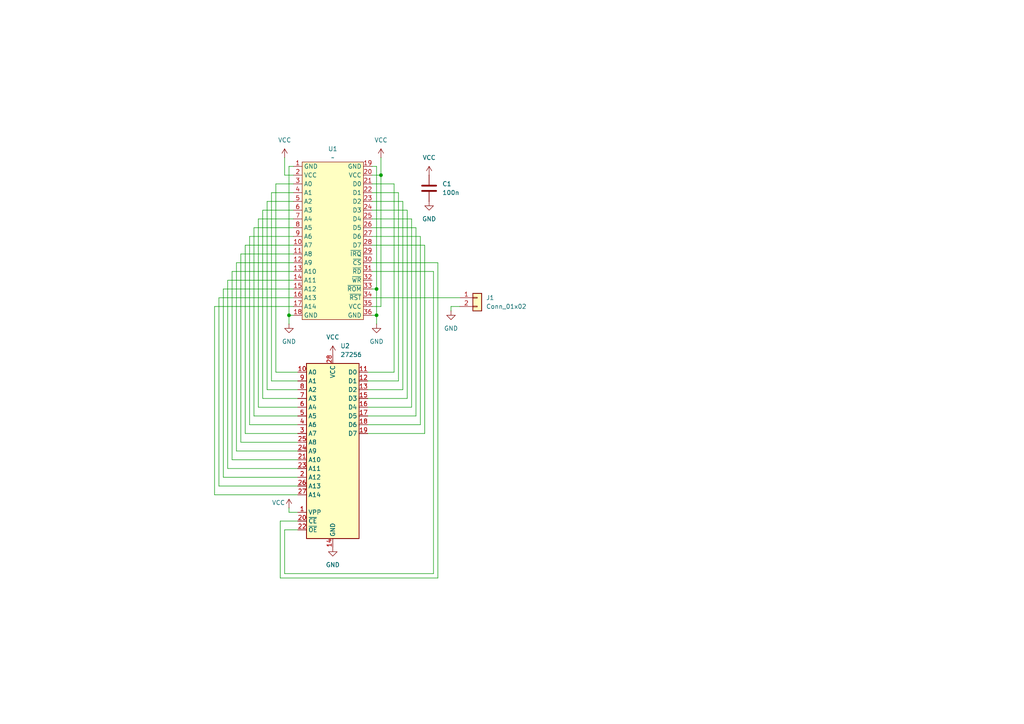
<source format=kicad_sch>
(kicad_sch (version 20231120) (generator "eeschema") (generator_version "8.0")
  (paper "A4")
  (lib_symbols
    (symbol "8bits:cart_fellapc"
      (property "Reference" "U" (at -5.08 22.86 0))
      (symbol "cart_fellapc_1_1"
        (rectangle (start -8.89 21.59) (end 8.89 -24.13) (fill (type background)))
        (pin power_out line (at -11.43 20.32 0) (length 2.54) (name "GND") (number "1"))
        (pin output line (at -11.43 -2.54 0) (length 2.54) (name "A7") (number "10"))
        (pin output line (at -11.43 -5.08 0) (length 2.54) (name "A8") (number "11"))
        (pin output line (at -11.43 -7.62 0) (length 2.54) (name "A9") (number "12"))
        (pin output line (at -11.43 -10.16 0) (length 2.54) (name "A10") (number "13"))
        (pin output line (at -11.43 -12.7 0) (length 2.54) (name "A11") (number "14"))
        (pin output line (at -11.43 -15.24 0) (length 2.54) (name "A12") (number "15"))
        (pin output line (at -11.43 -17.78 0) (length 2.54) (name "A13") (number "16"))
        (pin output line (at -11.43 -20.32 0) (length 2.54) (name "A14") (number "17"))
        (pin power_out line (at -11.43 -22.86 0) (length 2.54) (name "GND") (number "18"))
        (pin power_out line (at 11.43 20.32 180) (length 2.54) (name "GND") (number "19"))
        (pin power_out line (at -11.43 17.78 0) (length 2.54) (name "VCC") (number "2"))
        (pin power_out line (at 11.43 17.78 180) (length 2.54) (name "VCC") (number "20"))
        (pin bidirectional line (at 11.43 15.24 180) (length 2.54) (name "D0") (number "21"))
        (pin bidirectional line (at 11.43 12.7 180) (length 2.54) (name "D1") (number "22"))
        (pin bidirectional line (at 11.43 10.16 180) (length 2.54) (name "D2") (number "23"))
        (pin bidirectional line (at 11.43 7.62 180) (length 2.54) (name "D3") (number "24"))
        (pin bidirectional line (at 11.43 5.08 180) (length 2.54) (name "D4") (number "25"))
        (pin bidirectional line (at 11.43 2.54 180) (length 2.54) (name "D5") (number "26"))
        (pin bidirectional line (at 11.43 0 180) (length 2.54) (name "D6") (number "27"))
        (pin bidirectional line (at 11.43 -2.54 180) (length 2.54) (name "D7") (number "28"))
        (pin open_collector line (at 11.43 -5.08 180) (length 2.54) (name "~{IRQ}") (number "29"))
        (pin output line (at -11.43 15.24 0) (length 2.54) (name "A0") (number "3"))
        (pin output line (at 11.43 -7.62 180) (length 2.54) (name "~{CS}") (number "30"))
        (pin output line (at 11.43 -10.16 180) (length 2.54) (name "~{RD}") (number "31"))
        (pin output line (at 11.43 -12.7 180) (length 2.54) (name "~{WR}") (number "32"))
        (pin open_collector line (at 11.43 -15.24 180) (length 2.54) (name "~{ROM}") (number "33"))
        (pin open_collector line (at 11.43 -17.78 180) (length 2.54) (name "~{RST}") (number "34"))
        (pin power_out line (at 11.43 -20.32 180) (length 2.54) (name "VCC") (number "35"))
        (pin power_out line (at 11.43 -22.86 180) (length 2.54) (name "GND") (number "36"))
        (pin output line (at -11.43 12.7 0) (length 2.54) (name "A1") (number "4"))
        (pin output line (at -11.43 10.16 0) (length 2.54) (name "A2") (number "5"))
        (pin output line (at -11.43 7.62 0) (length 2.54) (name "A3") (number "6"))
        (pin output line (at -11.43 5.08 0) (length 2.54) (name "A4") (number "7"))
        (pin output line (at -11.43 2.54 0) (length 2.54) (name "A5") (number "8"))
        (pin output line (at -11.43 0 0) (length 2.54) (name "A6") (number "9"))
      )
    )
    (symbol "Connector_Generic:Conn_01x02" (pin_names (offset 1.016) hide)
      (property "Reference" "J" (at 0 2.54 0))
      (property "Value" "Conn_01x02" (at 0 -5.08 0))
      (symbol "Conn_01x02_1_1"
        (rectangle (start -1.27 -2.413) (end 0 -2.667) (stroke (width 0.1524)))
        (rectangle (start -1.27 0.127) (end 0 -0.127) (stroke (width 0.1524)))
        (rectangle (start -1.27 1.27) (end 1.27 -3.81) (stroke (width 0.254)) (fill (type background)))
        (pin passive line (at -5.08 0 0) (length 3.81) (name "Pin_1") (number "1"))
        (pin passive line (at -5.08 -2.54 0) (length 3.81) (name "Pin_2") (number "2"))
      )
    )
    (symbol "Device:C" (pin_numbers hide) (pin_names (offset 0.254))
      (property "Reference" "C" (at 0.635 2.54 0))
      (property "Value" "C" (at 0.635 -2.54 0))
      (symbol "C_0_1"
        (polyline (pts (xy -2.032 -0.762) (xy 2.032 -0.762)) (stroke (width 0.508)))
        (polyline (pts (xy -2.032 0.762) (xy 2.032 0.762)) (stroke (width 0.508)))
      )
      (symbol "C_1_1"
        (pin passive line (at 0 3.81 270) (length 2.794) (name "~") (number "1"))
        (pin passive line (at 0 -3.81 90) (length 2.794) (name "~") (number "2"))
      )
    )
    (symbol "Memory_EPROM:27256"
      (property "Reference" "U" (at -7.62 26.67 0))
      (property "Value" "27256" (at 2.54 -26.67 0))
      (symbol "27256_1_1"
        (rectangle (start -7.62 25.4) (end 7.62 -25.4) (stroke (width 0.254)) (fill (type background)))
        (pin input line (at -10.16 -17.78 0) (length 2.54) (name "VPP") (number "1"))
        (pin input line (at -10.16 22.86 0) (length 2.54) (name "A0") (number "10"))
        (pin tri_state line (at 10.16 22.86 180) (length 2.54) (name "D0") (number "11"))
        (pin tri_state line (at 10.16 20.32 180) (length 2.54) (name "D1") (number "12"))
        (pin tri_state line (at 10.16 17.78 180) (length 2.54) (name "D2") (number "13"))
        (pin power_in line (at 0 -27.94 90) (length 2.54) (name "GND") (number "14"))
        (pin tri_state line (at 10.16 15.24 180) (length 2.54) (name "D3") (number "15"))
        (pin tri_state line (at 10.16 12.7 180) (length 2.54) (name "D4") (number "16"))
        (pin tri_state line (at 10.16 10.16 180) (length 2.54) (name "D5") (number "17"))
        (pin tri_state line (at 10.16 7.62 180) (length 2.54) (name "D6") (number "18"))
        (pin tri_state line (at 10.16 5.08 180) (length 2.54) (name "D7") (number "19"))
        (pin input line (at -10.16 -7.62 0) (length 2.54) (name "A12") (number "2"))
        (pin input line (at -10.16 -20.32 0) (length 2.54) (name "~{CE}") (number "20"))
        (pin input line (at -10.16 -2.54 0) (length 2.54) (name "A10") (number "21"))
        (pin input line (at -10.16 -22.86 0) (length 2.54) (name "~{OE}") (number "22"))
        (pin input line (at -10.16 -5.08 0) (length 2.54) (name "A11") (number "23"))
        (pin input line (at -10.16 0 0) (length 2.54) (name "A9") (number "24"))
        (pin input line (at -10.16 2.54 0) (length 2.54) (name "A8") (number "25"))
        (pin input line (at -10.16 -10.16 0) (length 2.54) (name "A13") (number "26"))
        (pin input line (at -10.16 -12.7 0) (length 2.54) (name "A14") (number "27"))
        (pin power_in line (at 0 27.94 270) (length 2.54) (name "VCC") (number "28"))
        (pin input line (at -10.16 5.08 0) (length 2.54) (name "A7") (number "3"))
        (pin input line (at -10.16 7.62 0) (length 2.54) (name "A6") (number "4"))
        (pin input line (at -10.16 10.16 0) (length 2.54) (name "A5") (number "5"))
        (pin input line (at -10.16 12.7 0) (length 2.54) (name "A4") (number "6"))
        (pin input line (at -10.16 15.24 0) (length 2.54) (name "A3") (number "7"))
        (pin input line (at -10.16 17.78 0) (length 2.54) (name "A2") (number "8"))
        (pin input line (at -10.16 20.32 0) (length 2.54) (name "A1") (number "9"))
      )
    )
    (symbol "power:GND" (power) (pin_numbers hide) (pin_names (offset 0) hide)
      (property "Value" "GND" (at 0 -3.81 0))
      (symbol "GND_0_1"
        (polyline (pts (xy 0 0) (xy 0 -1.27) (xy 1.27 -1.27) (xy 0 -2.54) (xy -1.27 -1.27) (xy 0 -1.27)))
      )
      (symbol "GND_1_1"
        (pin power_in line (at 0 0 270) (length 0) (name "~") (number "1"))
      )
    )
    (symbol "power:VCC" (power) (pin_numbers hide) (pin_names (offset 0) hide)
      (property "Value" "VCC" (at 0 3.556 0))
      (symbol "VCC_0_1"
        (polyline (pts (xy -0.762 1.27) (xy 0 2.54)))
        (polyline (pts (xy 0 0) (xy 0 2.54)))
        (polyline (pts (xy 0 2.54) (xy 0.762 1.27)))
      )
      (symbol "VCC_1_1"
        (pin power_in line (at 0 0 90) (length 0) (name "~") (number "1"))
      )
    )
  )
  (junction (at 110.49 50.8))
  (junction (at 109.22 91.44))
  (junction (at 109.22 83.82))
  (junction (at 83.82 91.44))
  (wire (pts (xy 107.95 83.82) (xy 109.22 83.82)))
  (wire (pts (xy 123.19 71.12) (xy 123.19 125.73)))
  (wire (pts (xy 83.82 91.44) (xy 83.82 93.98)))
  (wire (pts (xy 71.12 125.73) (xy 86.36 125.73)))
  (wire (pts (xy 86.36 123.19) (xy 72.39 123.19)))
  (wire (pts (xy 69.85 73.66) (xy 85.09 73.66)))
  (wire (pts (xy 109.22 83.82) (xy 109.22 91.44)))
  (wire (pts (xy 86.36 118.11) (xy 74.93 118.11)))
  (wire (pts (xy 86.36 143.51) (xy 62.23 143.51)))
  (wire (pts (xy 121.92 68.58) (xy 107.95 68.58)))
  (wire (pts (xy 107.95 71.12) (xy 123.19 71.12)))
  (wire (pts (xy 120.65 66.04) (xy 120.65 120.65)))
  (wire (pts (xy 69.85 128.27) (xy 69.85 73.66)))
  (wire (pts (xy 110.49 50.8) (xy 110.49 45.72)))
  (wire (pts (xy 85.09 91.44) (xy 83.82 91.44)))
  (wire (pts (xy 125.73 166.37) (xy 125.73 78.74)))
  (wire (pts (xy 82.55 153.67) (xy 82.55 166.37)))
  (wire (pts (xy 68.58 130.81) (xy 86.36 130.81)))
  (wire (pts (xy 86.36 113.03) (xy 77.47 113.03)))
  (wire (pts (xy 76.2 115.57) (xy 86.36 115.57)))
  (wire (pts (xy 73.66 120.65) (xy 86.36 120.65)))
  (wire (pts (xy 76.2 60.96) (xy 76.2 115.57)))
  (wire (pts (xy 119.38 63.5) (xy 107.95 63.5)))
  (wire (pts (xy 73.66 66.04) (xy 73.66 120.65)))
  (wire (pts (xy 67.31 78.74) (xy 85.09 78.74)))
  (wire (pts (xy 109.22 91.44) (xy 107.95 91.44)))
  (wire (pts (xy 81.28 151.13) (xy 86.36 151.13)))
  (wire (pts (xy 109.22 48.26) (xy 109.22 83.82)))
  (wire (pts (xy 116.84 58.42) (xy 107.95 58.42)))
  (wire (pts (xy 83.82 91.44) (xy 83.82 48.26)))
  (wire (pts (xy 114.3 107.95) (xy 114.3 53.34)))
  (wire (pts (xy 86.36 133.35) (xy 67.31 133.35)))
  (wire (pts (xy 67.31 133.35) (xy 67.31 78.74)))
  (wire (pts (xy 83.82 148.59) (xy 83.82 147.32)))
  (wire (pts (xy 71.12 71.12) (xy 71.12 125.73)))
  (wire (pts (xy 118.11 60.96) (xy 118.11 115.57)))
  (wire (pts (xy 85.09 60.96) (xy 76.2 60.96)))
  (wire (pts (xy 133.35 88.9) (xy 130.81 88.9)))
  (wire (pts (xy 72.39 68.58) (xy 85.09 68.58)))
  (wire (pts (xy 66.04 81.28) (xy 66.04 135.89)))
  (wire (pts (xy 119.38 118.11) (xy 119.38 63.5)))
  (wire (pts (xy 121.92 123.19) (xy 121.92 68.58)))
  (wire (pts (xy 82.55 166.37) (xy 125.73 166.37)))
  (wire (pts (xy 62.23 143.51) (xy 62.23 88.9)))
  (wire (pts (xy 107.95 48.26) (xy 109.22 48.26)))
  (wire (pts (xy 106.68 118.11) (xy 119.38 118.11)))
  (wire (pts (xy 82.55 50.8) (xy 82.55 45.72)))
  (wire (pts (xy 114.3 53.34) (xy 107.95 53.34)))
  (wire (pts (xy 64.77 83.82) (xy 85.09 83.82)))
  (wire (pts (xy 85.09 71.12) (xy 71.12 71.12)))
  (wire (pts (xy 85.09 76.2) (xy 68.58 76.2)))
  (wire (pts (xy 109.22 93.98) (xy 109.22 91.44)))
  (wire (pts (xy 81.28 167.64) (xy 81.28 151.13)))
  (wire (pts (xy 130.81 88.9) (xy 130.81 90.17)))
  (wire (pts (xy 86.36 138.43) (xy 64.77 138.43)))
  (wire (pts (xy 127 167.64) (xy 81.28 167.64)))
  (wire (pts (xy 80.01 107.95) (xy 80.01 53.34)))
  (wire (pts (xy 106.68 107.95) (xy 114.3 107.95)))
  (wire (pts (xy 107.95 55.88) (xy 115.57 55.88)))
  (wire (pts (xy 80.01 53.34) (xy 85.09 53.34)))
  (wire (pts (xy 107.95 60.96) (xy 118.11 60.96)))
  (wire (pts (xy 123.19 125.73) (xy 106.68 125.73)))
  (wire (pts (xy 74.93 118.11) (xy 74.93 63.5)))
  (wire (pts (xy 86.36 107.95) (xy 80.01 107.95)))
  (wire (pts (xy 106.68 113.03) (xy 116.84 113.03)))
  (wire (pts (xy 68.58 76.2) (xy 68.58 130.81)))
  (wire (pts (xy 115.57 55.88) (xy 115.57 110.49)))
  (wire (pts (xy 77.47 113.03) (xy 77.47 58.42)))
  (wire (pts (xy 85.09 86.36) (xy 63.5 86.36)))
  (wire (pts (xy 107.95 76.2) (xy 127 76.2)))
  (wire (pts (xy 85.09 55.88) (xy 78.74 55.88)))
  (wire (pts (xy 72.39 123.19) (xy 72.39 68.58)))
  (wire (pts (xy 115.57 110.49) (xy 106.68 110.49)))
  (wire (pts (xy 86.36 148.59) (xy 83.82 148.59)))
  (wire (pts (xy 107.95 88.9) (xy 110.49 88.9)))
  (wire (pts (xy 63.5 140.97) (xy 86.36 140.97)))
  (wire (pts (xy 85.09 50.8) (xy 82.55 50.8)))
  (wire (pts (xy 107.95 66.04) (xy 120.65 66.04)))
  (wire (pts (xy 64.77 138.43) (xy 64.77 83.82)))
  (wire (pts (xy 85.09 66.04) (xy 73.66 66.04)))
  (wire (pts (xy 74.93 63.5) (xy 85.09 63.5)))
  (wire (pts (xy 63.5 86.36) (xy 63.5 140.97)))
  (wire (pts (xy 107.95 86.36) (xy 133.35 86.36)))
  (wire (pts (xy 77.47 58.42) (xy 85.09 58.42)))
  (wire (pts (xy 127 76.2) (xy 127 167.64)))
  (wire (pts (xy 86.36 128.27) (xy 69.85 128.27)))
  (wire (pts (xy 86.36 110.49) (xy 78.74 110.49)))
  (wire (pts (xy 106.68 123.19) (xy 121.92 123.19)))
  (wire (pts (xy 78.74 55.88) (xy 78.74 110.49)))
  (wire (pts (xy 125.73 78.74) (xy 107.95 78.74)))
  (wire (pts (xy 116.84 113.03) (xy 116.84 58.42)))
  (wire (pts (xy 86.36 153.67) (xy 82.55 153.67)))
  (wire (pts (xy 83.82 48.26) (xy 85.09 48.26)))
  (wire (pts (xy 85.09 81.28) (xy 66.04 81.28)))
  (wire (pts (xy 110.49 88.9) (xy 110.49 50.8)))
  (wire (pts (xy 107.95 50.8) (xy 110.49 50.8)))
  (wire (pts (xy 118.11 115.57) (xy 106.68 115.57)))
  (wire (pts (xy 66.04 135.89) (xy 86.36 135.89)))
  (wire (pts (xy 120.65 120.65) (xy 106.68 120.65)))
  (wire (pts (xy 62.23 88.9) (xy 85.09 88.9)))
  (symbol (lib_id "power:GND") (at 124.46 58.42 0) (unit 1)
    (property "Reference" "#PWR09" (effects (hide yes)))
    (property "Value" "GND" (at 124.46 63.5 0))
    (property "Description" "Power symbol creates a global label with name \"GND\" , ground" (effects (hide yes)))
  )
  (symbol (lib_id "power:VCC") (at 83.82 147.32 0) (unit 1)
    (property "Reference" "#PWR07" (effects (hide yes)))
    (property "Value" "VCC" (at 80.772 145.796 0))
    (property "Description" "Power symbol creates a global label with name \"VCC\"" (effects (hide yes)))
  )
  (symbol (lib_id "power:GND") (at 83.82 93.98 0) (unit 1)
    (property "Reference" "#PWR05" (effects (hide yes)))
    (property "Value" "GND" (at 83.82 99.06 0))
    (property "Description" "Power symbol creates a global label with name \"GND\" , ground" (effects (hide yes)))
  )
  (symbol (lib_id "power:VCC") (at 124.46 50.8 0) (unit 1)
    (property "Reference" "#PWR08" (effects (hide yes)))
    (property "Value" "VCC" (at 124.46 45.72 0))
    (property "Description" "Power symbol creates a global label with name \"VCC\"" (effects (hide yes)))
  )
  (symbol (lib_id "power:GND") (at 130.81 90.17 0) (mirror y) (unit 1)
    (property "Reference" "#PWR010" (effects (hide yes)))
    (property "Value" "GND" (at 130.81 95.25 0))
    (property "Description" "Power symbol creates a global label with name \"GND\" , ground" (effects (hide yes)))
  )
  (symbol (lib_id "Connector_Generic:Conn_01x02") (at 138.43 86.36 0) (unit 1)
    (property "Reference" "J1" (at 140.97 86.3599 0) (effects (justify left)))
    (property "Value" "Conn_01x02" (at 140.97 88.8999 0) (effects (justify left)))
    (property "Footprint" "Connector_PinHeader_2.54mm:PinHeader_1x02_P2.54mm_Vertical" (effects (hide yes)))
    (property "Description" "Generic connector, single row, 01x02, script generated (kicad-library-utils/schlib/autogen/connector/)" (effects (hide yes)))
  )
  (symbol (lib_id "power:GND") (at 96.52 158.75 0) (unit 1)
    (property "Reference" "#PWR04" (effects (hide yes)))
    (property "Value" "GND" (at 96.52 163.83 0))
    (property "Description" "Power symbol creates a global label with name \"GND\" , ground" (effects (hide yes)))
  )
  (symbol (lib_id "power:VCC") (at 82.55 45.72 0) (unit 1)
    (property "Reference" "#PWR01" (effects (hide yes)))
    (property "Value" "VCC" (at 82.55 40.64 0))
    (property "Description" "Power symbol creates a global label with name \"VCC\"" (effects (hide yes)))
  )
  (symbol (lib_id "power:VCC") (at 110.49 45.72 0) (unit 1)
    (property "Reference" "#PWR02" (effects (hide yes)))
    (property "Value" "VCC" (at 110.49 40.64 0))
    (property "Description" "Power symbol creates a global label with name \"VCC\"" (effects (hide yes)))
  )
  (symbol (lib_id "power:VCC") (at 96.52 102.87 0) (unit 1)
    (property "Reference" "#PWR03" (effects (hide yes)))
    (property "Value" "VCC" (at 96.52 97.79 0))
    (property "Description" "Power symbol creates a global label with name \"VCC\"" (effects (hide yes)))
  )
  (symbol (lib_id "Memory_EPROM:27256") (at 96.52 130.81 0) (unit 1)
    (property "Reference" "U2" (at 98.7141 100.33 0) (effects (justify left)))
    (property "Value" "27256" (at 98.7141 102.87 0) (effects (justify left)))
    (property "Footprint" "Package_DIP:DIP-28_W15.24mm" (effects (hide yes)))
    (property "Datasheet" "http://datasheet.octopart.com/D27256-2-Intel-datasheet-17852618.pdf" (effects (hide yes)))
    (property "Description" "UV Erasable EPROM 256 KiBit, [Obsolete 2000-11]" (effects (hide yes)))
  )
  (symbol (lib_id "Device:C") (at 124.46 54.61 0) (unit 1)
    (property "Reference" "C1" (at 128.27 53.3399 0) (effects (justify left)))
    (property "Value" "100n" (at 128.27 55.8799 0) (effects (justify left)))
    (property "Footprint" "Capacitor_THT:C_Disc_D3.4mm_W2.1mm_P2.50mm" (effects (hide yes)))
    (property "Description" "Unpolarized capacitor" (effects (hide yes)))
  )
  (symbol (lib_id "power:GND") (at 109.22 93.98 0) (unit 1)
    (property "Reference" "#PWR06" (effects (hide yes)))
    (property "Value" "GND" (at 109.22 99.06 0))
    (property "Description" "Power symbol creates a global label with name \"GND\" , ground" (effects (hide yes)))
  )
  (symbol (lib_id "8bits:cart_fellapc") (at 96.52 68.58 0) (unit 1)
    (property "Reference" "U1" (at 96.52 43.18 0))
    (property "Value" "~" (at 96.52 45.72 0))
    (property "Footprint" "8bits:CART_FELLA_38" (effects (hide yes)))
  )
)
</source>
